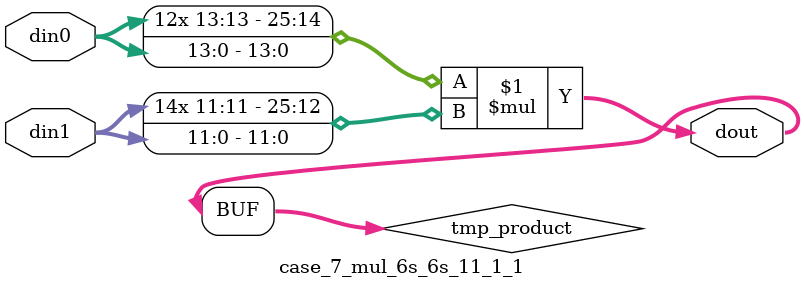
<source format=v>

`timescale 1 ns / 1 ps

 module case_7_mul_6s_6s_11_1_1(din0, din1, dout);
parameter ID = 1;
parameter NUM_STAGE = 0;
parameter din0_WIDTH = 14;
parameter din1_WIDTH = 12;
parameter dout_WIDTH = 26;

input [din0_WIDTH - 1 : 0] din0; 
input [din1_WIDTH - 1 : 0] din1; 
output [dout_WIDTH - 1 : 0] dout;

wire signed [dout_WIDTH - 1 : 0] tmp_product;



























assign tmp_product = $signed(din0) * $signed(din1);








assign dout = tmp_product;





















endmodule

</source>
